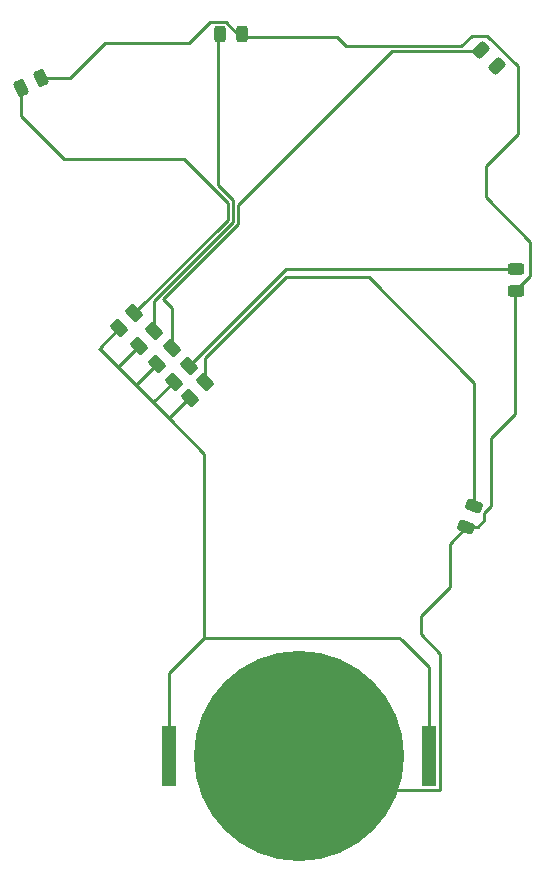
<source format=gbl>
G04 #@! TF.GenerationSoftware,KiCad,Pcbnew,(6.0.10-0)*
G04 #@! TF.CreationDate,2023-09-13T21:46:27+02:00*
G04 #@! TF.ProjectId,SwiftLeeds,53776966-744c-4656-9564-732e6b696361,rev?*
G04 #@! TF.SameCoordinates,Original*
G04 #@! TF.FileFunction,Copper,L2,Bot*
G04 #@! TF.FilePolarity,Positive*
%FSLAX46Y46*%
G04 Gerber Fmt 4.6, Leading zero omitted, Abs format (unit mm)*
G04 Created by KiCad (PCBNEW (6.0.10-0)) date 2023-09-13 21:46:27*
%MOMM*%
%LPD*%
G01*
G04 APERTURE LIST*
G04 Aperture macros list*
%AMRoundRect*
0 Rectangle with rounded corners*
0 $1 Rounding radius*
0 $2 $3 $4 $5 $6 $7 $8 $9 X,Y pos of 4 corners*
0 Add a 4 corners polygon primitive as box body*
4,1,4,$2,$3,$4,$5,$6,$7,$8,$9,$2,$3,0*
0 Add four circle primitives for the rounded corners*
1,1,$1+$1,$2,$3*
1,1,$1+$1,$4,$5*
1,1,$1+$1,$6,$7*
1,1,$1+$1,$8,$9*
0 Add four rect primitives between the rounded corners*
20,1,$1+$1,$2,$3,$4,$5,0*
20,1,$1+$1,$4,$5,$6,$7,0*
20,1,$1+$1,$6,$7,$8,$9,0*
20,1,$1+$1,$8,$9,$2,$3,0*%
G04 Aperture macros list end*
G04 #@! TA.AperFunction,SMDPad,CuDef*
%ADD10RoundRect,0.250000X-0.132583X0.503814X-0.503814X0.132583X0.132583X-0.503814X0.503814X-0.132583X0*%
G04 #@! TD*
G04 #@! TA.AperFunction,SMDPad,CuDef*
%ADD11RoundRect,0.243750X0.345367X-0.385097X0.512102X0.073003X-0.345367X0.385097X-0.512102X-0.073003X0*%
G04 #@! TD*
G04 #@! TA.AperFunction,SMDPad,CuDef*
%ADD12RoundRect,0.243750X0.456250X-0.243750X0.456250X0.243750X-0.456250X0.243750X-0.456250X-0.243750X0*%
G04 #@! TD*
G04 #@! TA.AperFunction,SMDPad,CuDef*
%ADD13RoundRect,0.243750X0.494975X0.150260X0.150260X0.494975X-0.494975X-0.150260X-0.150260X-0.494975X0*%
G04 #@! TD*
G04 #@! TA.AperFunction,SMDPad,CuDef*
%ADD14RoundRect,0.243750X0.243750X0.456250X-0.243750X0.456250X-0.243750X-0.456250X0.243750X-0.456250X0*%
G04 #@! TD*
G04 #@! TA.AperFunction,SMDPad,CuDef*
%ADD15RoundRect,0.243750X0.028093X0.516516X-0.413732X0.310490X-0.028093X-0.516516X0.413732X-0.310490X0*%
G04 #@! TD*
G04 #@! TA.AperFunction,SMDPad,CuDef*
%ADD16R,1.270000X5.080000*%
G04 #@! TD*
G04 #@! TA.AperFunction,SMDPad,CuDef*
%ADD17C,17.800000*%
G04 #@! TD*
G04 #@! TA.AperFunction,Conductor*
%ADD18C,0.250000*%
G04 #@! TD*
G04 APERTURE END LIST*
D10*
X139655235Y-72024765D03*
X138364765Y-73315235D03*
X137024765Y-71955235D03*
X138315235Y-70664765D03*
X135574765Y-70425235D03*
X136865235Y-69134765D03*
X134034765Y-68955235D03*
X135325235Y-67664765D03*
X133665235Y-66154765D03*
X132374765Y-67445235D03*
D11*
X161779356Y-84240962D03*
X162420644Y-82479038D03*
D12*
X165970000Y-64317500D03*
X165970000Y-62442500D03*
D13*
X164382913Y-45212913D03*
X163057087Y-43887087D03*
D14*
X140922500Y-42550000D03*
X142797500Y-42550000D03*
D15*
X124048457Y-47079293D03*
X125747785Y-46286883D03*
D16*
X136635000Y-103640000D03*
X158605000Y-103640000D03*
D17*
X147620000Y-103640000D03*
D18*
X128233117Y-46286883D02*
X131220000Y-43300000D01*
X141401834Y-41525000D02*
X142646834Y-42770000D01*
X140065000Y-41525000D02*
X141401834Y-41525000D01*
X138290000Y-43300000D02*
X140065000Y-41525000D01*
X131220000Y-43300000D02*
X138290000Y-43300000D01*
X125747785Y-46286883D02*
X128233117Y-46286883D01*
X142646834Y-42770000D02*
X150850000Y-42770000D01*
X150850000Y-42770000D02*
X151624284Y-43544284D01*
X151624284Y-43544284D02*
X161365716Y-43544284D01*
X161365716Y-43544284D02*
X162240000Y-42670000D01*
X162240000Y-42670000D02*
X163560000Y-42670000D01*
X163560000Y-42670000D02*
X166130000Y-45240000D01*
X166130000Y-45240000D02*
X166130000Y-51000000D01*
X166130000Y-51000000D02*
X163400000Y-53730000D01*
X163400000Y-53730000D02*
X163400000Y-56340000D01*
X163400000Y-56340000D02*
X167170000Y-60110000D01*
X167170000Y-60110000D02*
X167170000Y-63017500D01*
X167170000Y-63017500D02*
X165870000Y-64317500D01*
X165870000Y-64317500D02*
X165870000Y-74710000D01*
X165870000Y-74710000D02*
X163870000Y-76710000D01*
X163870000Y-76710000D02*
X163870000Y-82510000D01*
X163870000Y-82510000D02*
X163310000Y-83070000D01*
X163310000Y-83070000D02*
X163310000Y-83700000D01*
X163310000Y-83700000D02*
X162769038Y-84240962D01*
X162769038Y-84240962D02*
X161779356Y-84240962D01*
X161779356Y-84240962D02*
X160360000Y-85660318D01*
X157900000Y-91820000D02*
X157900000Y-93340000D01*
X157900000Y-93340000D02*
X159565000Y-95005000D01*
X160360000Y-85660318D02*
X160360000Y-89360000D01*
X160360000Y-89360000D02*
X157900000Y-91820000D01*
X150485000Y-106505000D02*
X147620000Y-103640000D01*
X159565000Y-95005000D02*
X159565000Y-106505000D01*
X159565000Y-106505000D02*
X150485000Y-106505000D01*
X139655235Y-72024765D02*
X139655235Y-69961161D01*
X146493198Y-63123198D02*
X153513198Y-63123198D01*
X139655235Y-69961161D02*
X146493198Y-63123198D01*
X153513198Y-63123198D02*
X162420644Y-72030644D01*
X162420644Y-72030644D02*
X162420644Y-82479038D01*
X138315235Y-70664765D02*
X146537500Y-62442500D01*
X146537500Y-62442500D02*
X165870000Y-62442500D01*
X142460000Y-58632792D02*
X142460000Y-56990000D01*
X136865235Y-69134765D02*
X136865235Y-65715235D01*
X136121396Y-64971396D02*
X142460000Y-58632792D01*
X136865235Y-65715235D02*
X136121396Y-64971396D01*
X155455716Y-43994284D02*
X162894284Y-43994284D01*
X142460000Y-56990000D02*
X155455716Y-43994284D01*
X135325235Y-67664765D02*
X135325235Y-65131161D01*
X142010000Y-58446396D02*
X142010000Y-56603604D01*
X135325235Y-65131161D02*
X142010000Y-58446396D01*
X142010000Y-56603604D02*
X140742500Y-55336104D01*
X140742500Y-55336104D02*
X140742500Y-42770000D01*
X141560000Y-56790000D02*
X137910000Y-53140000D01*
X137910000Y-53140000D02*
X127740000Y-53140000D01*
X133665235Y-66154765D02*
X141560000Y-58260000D01*
X141560000Y-58260000D02*
X141560000Y-56790000D01*
X127740000Y-53140000D02*
X124048457Y-49448457D01*
X124048457Y-49448457D02*
X124048457Y-47079293D01*
X135270000Y-73720000D02*
X136600000Y-75050000D01*
X136600000Y-75050000D02*
X139600000Y-78050000D01*
X138364765Y-73315235D02*
X138334765Y-73315235D01*
X138334765Y-73315235D02*
X136600000Y-75050000D01*
X133770000Y-72220000D02*
X135270000Y-73720000D01*
X137024765Y-71955235D02*
X137024765Y-71965235D01*
X137024765Y-71965235D02*
X135270000Y-73720000D01*
X132265000Y-70715000D02*
X133770000Y-72220000D01*
X135564765Y-70425235D02*
X133770000Y-72220000D01*
X135574765Y-70425235D02*
X135564765Y-70425235D01*
X130740000Y-69190000D02*
X132265000Y-70715000D01*
X134034765Y-68955235D02*
X132275000Y-70715000D01*
X132275000Y-70715000D02*
X132265000Y-70715000D01*
X130710000Y-69160000D02*
X130740000Y-69190000D01*
X132374765Y-67445235D02*
X130740000Y-69080000D01*
X130740000Y-69080000D02*
X130740000Y-69190000D01*
X139600000Y-78050000D02*
X139600000Y-93650000D01*
X158605000Y-96145000D02*
X156305000Y-93845000D01*
X139600000Y-93650000D02*
X156110000Y-93650000D01*
X156110000Y-93650000D02*
X156305000Y-93845000D01*
X158605000Y-103640000D02*
X158605000Y-96145000D01*
X136635000Y-103640000D02*
X136635000Y-96615000D01*
X136635000Y-96615000D02*
X139600000Y-93650000D01*
M02*

</source>
